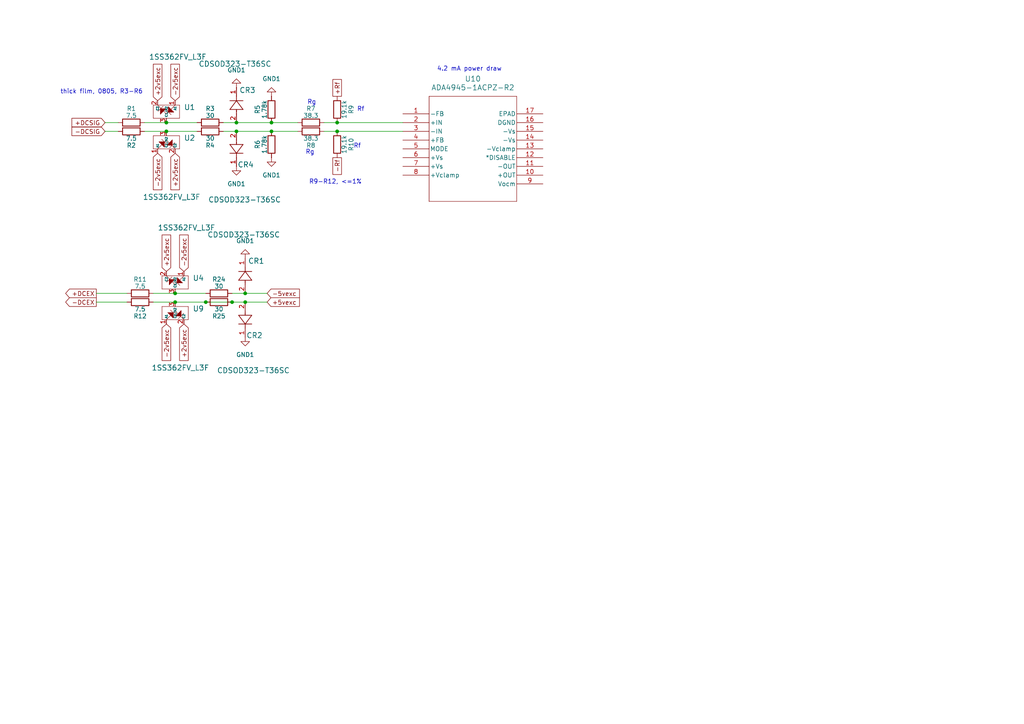
<source format=kicad_sch>
(kicad_sch (version 20231120) (generator "eeschema") (generator_version "8.0")
  (paper "A4")
  (lib_symbols
    (symbol "1SS362FV_L3F_1" (pin_names (offset 0.254))
      (property "Reference" "U" (at 5.08 22.86 0))
      (property "Value" "1SS362FV_L3F" (at 5.08 20.32 0))
      (symbol "1SS362FV_L3F_1_0_1"
        (polyline (pts (xy -3.81 -1.27) (xy 3.81 -1.27)) (stroke (width 0.127)))
        (polyline (pts (xy -3.81 2.54) (xy -3.81 -1.27)) (stroke (width 0.127)))
        (polyline (pts (xy -2.54 -1.27) (xy 0 1.27)) (stroke (width 0.127)))
        (polyline (pts (xy -2.1203 0.75) (xy -0.5963 -0.774)) (stroke (width 0.127)))
        (polyline (pts (xy -1.3583 1.512) (xy 0.1657 -0.012)) (stroke (width 0.127)))
        (polyline (pts (xy -0.5963 0.75) (xy -2.1203 0.75)) (stroke (width 0.127)))
        (polyline (pts (xy -0.5963 0.75) (xy -0.5963 -0.774)) (stroke (width 0.127)))
        (polyline (pts (xy 0 1.27) (xy 2.54 -1.27)) (stroke (width 0.127)))
        (polyline (pts (xy 0.1858 -0.1895) (xy 1.7098 1.3345)) (stroke (width 0.127)))
        (polyline (pts (xy 0.9478 -0.9515) (xy 2.4718 0.5725)) (stroke (width 0.127)))
        (polyline (pts (xy 1.7098 -0.1895) (xy 0.1858 -0.1895)) (stroke (width 0.127)))
        (polyline (pts (xy 1.7098 -0.1895) (xy 1.7098 1.3345)) (stroke (width 0.127)))
        (polyline (pts (xy 3.81 -1.27) (xy 3.81 2.54)) (stroke (width 0.127)))
        (polyline (pts (xy 3.81 2.54) (xy -3.81 2.54)) (stroke (width 0.127)))
        (polyline (pts (xy -2.1203 0.75) (xy -0.5963 0.75) (xy -0.5963 -0.774)) (fill (type outline)))
        (polyline (pts (xy 1.7098 1.3345) (xy 1.7098 -0.1895) (xy 0.1858 -0.1895)) (fill (type outline)))
      )
      (symbol "1SS362FV_L3F_1_1_1"
        (pin unspecified line (at -2.54 -2.54 90) (length 1.27) (name "A1") (number "1"))
        (pin unspecified line (at 2.54 -2.54 90) (length 1.27) (name "C2") (number "2"))
        (pin unspecified line (at 0 3.81 270) (length 1.27) (name "C1/A2") (number "3"))
      )
    )
    (symbol "Device:R" (pin_numbers hide) (pin_names (offset 0))
      (property "Reference" "R" (at 2.032 0 90))
      (property "Value" "R" (at 0 0 90))
      (symbol "R_0_1"
        (rectangle (start -1.016 -2.54) (end 1.016 2.54) (stroke (width 0.254)))
      )
      (symbol "R_1_1"
        (pin passive line (at 0 3.81 270) (length 1.27) (name "~") (number "1"))
        (pin passive line (at 0 -3.81 90) (length 1.27) (name "~") (number "2"))
      )
    )
    (symbol "dyno_inst_sym:1SS362FV_L3F" (pin_names (offset 0.254))
      (property "Reference" "U" (at 5.08 22.86 0))
      (property "Value" "1SS362FV_L3F" (at 5.08 20.32 0))
      (symbol "1SS362FV_L3F_0_1"
        (polyline (pts (xy -3.81 -1.27) (xy 3.81 -1.27)) (stroke (width 0.127)))
        (polyline (pts (xy -3.81 2.54) (xy -3.81 -1.27)) (stroke (width 0.127)))
        (polyline (pts (xy -2.54 -1.27) (xy 0 1.27)) (stroke (width 0.127)))
        (polyline (pts (xy -2.1203 0.75) (xy -0.5963 -0.774)) (stroke (width 0.127)))
        (polyline (pts (xy -1.3583 1.512) (xy 0.1657 -0.012)) (stroke (width 0.127)))
        (polyline (pts (xy -0.5963 0.75) (xy -2.1203 0.75)) (stroke (width 0.127)))
        (polyline (pts (xy -0.5963 0.75) (xy -0.5963 -0.774)) (stroke (width 0.127)))
        (polyline (pts (xy 0 1.27) (xy 2.54 -1.27)) (stroke (width 0.127)))
        (polyline (pts (xy 0.1858 -0.1895) (xy 1.7098 1.3345)) (stroke (width 0.127)))
        (polyline (pts (xy 0.9478 -0.9515) (xy 2.4718 0.5725)) (stroke (width 0.127)))
        (polyline (pts (xy 1.7098 -0.1895) (xy 0.1858 -0.1895)) (stroke (width 0.127)))
        (polyline (pts (xy 1.7098 -0.1895) (xy 1.7098 1.3345)) (stroke (width 0.127)))
        (polyline (pts (xy 3.81 -1.27) (xy 3.81 2.54)) (stroke (width 0.127)))
        (polyline (pts (xy 3.81 2.54) (xy -3.81 2.54)) (stroke (width 0.127)))
        (polyline (pts (xy -2.1203 0.75) (xy -0.5963 0.75) (xy -0.5963 -0.774)) (fill (type outline)))
        (polyline (pts (xy 1.7098 1.3345) (xy 1.7098 -0.1895) (xy 0.1858 -0.1895)) (fill (type outline)))
      )
      (symbol "1SS362FV_L3F_1_1"
        (pin unspecified line (at -2.54 -2.54 90) (length 1.27) (name "A1") (number "1"))
        (pin unspecified line (at 2.54 -2.54 90) (length 1.27) (name "C2") (number "2"))
        (pin unspecified line (at 0 3.81 270) (length 1.27) (name "C1/A2") (number "3"))
      )
    )
    (symbol "dyno_inst_sym:ADA4945-1ACPZ-R2" (pin_names (offset 0.254))
      (property "Reference" "U" (at 20.32 10.16 0))
      (property "Value" "ADA4945-1ACPZ-R2" (at 20.32 7.62 0))
      (symbol "ADA4945-1ACPZ-R2_0_1"
        (polyline (pts (xy 7.62 -25.4) (xy 33.02 -25.4)) (stroke (width 0.127)))
        (polyline (pts (xy 33.02 -25.4) (xy 33.02 5.08)) (stroke (width 0.127)))
        (polyline (pts (xy 33.02 5.08) (xy 7.62 5.08)) (stroke (width 0.127)))
      )
      (symbol "ADA4945-1ACPZ-R2_1_1"
        (polyline (pts (xy 7.62 5.08) (xy 7.62 -25.4)))
        (pin unspecified line (at 0 0 0) (length 7.62) (name "-FB") (number "1"))
        (pin unspecified line (at 40.64 -17.78 180) (length 7.62) (name "+OUT") (number "10"))
        (pin unspecified line (at 40.64 -15.24 180) (length 7.62) (name "-OUT") (number "11"))
        (pin unspecified line (at 40.64 -12.7 180) (length 7.62) (name "*DISABLE") (number "12"))
        (pin unspecified line (at 40.64 -10.16 180) (length 7.62) (name "-Vclamp") (number "13"))
        (pin unspecified line (at 40.64 -7.62 180) (length 7.62) (name "-Vs") (number "14"))
        (pin unspecified line (at 40.64 -5.08 180) (length 7.62) (name "-Vs") (number "15"))
        (pin unspecified line (at 40.64 -2.54 180) (length 7.62) (name "DGND") (number "16"))
        (pin unspecified line (at 40.64 0 180) (length 7.62) (name "EPAD") (number "17"))
        (pin unspecified line (at 0 -2.54 0) (length 7.62) (name "+IN") (number "2"))
        (pin unspecified line (at 0 -5.08 0) (length 7.62) (name "-IN") (number "3"))
        (pin unspecified line (at 0 -7.62 0) (length 7.62) (name "+FB") (number "4"))
        (pin unspecified line (at 0 -10.16 0) (length 7.62) (name "MODE") (number "5"))
        (pin unspecified line (at 0 -12.7 0) (length 7.62) (name "+Vs") (number "6"))
        (pin unspecified line (at 0 -15.24 0) (length 7.62) (name "+Vs") (number "7"))
        (pin unspecified line (at 0 -17.78 0) (length 7.62) (name "+Vclamp") (number "8"))
        (pin unspecified line (at 40.64 -20.32 180) (length 7.62) (name "Vocm") (number "9"))
      )
    )
    (symbol "dyno_inst_sym:CDSOD323-T36SC" (pin_names (offset 0.254))
      (property "Reference" "CR" (at 5.08 4.445 0))
      (property "Value" "CDSOD323-T36SC" (at 5.08 -3.81 0))
      (symbol "CDSOD323-T36SC_1_1"
        (polyline (pts (xy 2.54 0) (xy 3.4798 0)) (stroke (width 0.2032)))
        (polyline (pts (xy 3.175 0) (xy 3.81 0)) (stroke (width 0.2032)))
        (polyline (pts (xy 3.81 -1.905) (xy 6.35 0)) (stroke (width 0.2032)))
        (polyline (pts (xy 3.81 1.905) (xy 3.81 -1.905)) (stroke (width 0.2032)))
        (polyline (pts (xy 6.35 -1.905) (xy 6.35 1.905)) (stroke (width 0.2032)))
        (polyline (pts (xy 6.35 0) (xy 3.81 1.905)) (stroke (width 0.2032)))
        (polyline (pts (xy 6.35 0) (xy 7.62 0)) (stroke (width 0.2032)))
        (pin unspecified line (at 10.16 0 180) (length 2.54) (name "") (number "1"))
        (pin unspecified line (at 0 0 0) (length 2.54) (name "") (number "2"))
      )
      (symbol "CDSOD323-T36SC_1_2"
        (polyline (pts (xy -1.905 3.81) (xy 1.905 3.81)) (stroke (width 0.2032)))
        (polyline (pts (xy 0 2.54) (xy 0 3.4798)) (stroke (width 0.2032)))
        (polyline (pts (xy 0 3.175) (xy 0 3.81)) (stroke (width 0.2032)))
        (polyline (pts (xy 0 6.35) (xy -1.905 3.81)) (stroke (width 0.2032)))
        (polyline (pts (xy 0 6.35) (xy 0 7.62)) (stroke (width 0.2032)))
        (polyline (pts (xy 1.905 3.81) (xy 0 6.35)) (stroke (width 0.2032)))
        (polyline (pts (xy 1.905 6.35) (xy -1.905 6.35)) (stroke (width 0.2032)))
        (pin unspecified line (at 0 10.16 270) (length 2.54) (name "") (number "1"))
        (pin unspecified line (at 0 0 90) (length 2.54) (name "") (number "2"))
      )
    )
    (symbol "power:GND1" (power) (pin_numbers hide) (pin_names (offset 0) hide)
      (property "Value" "GND1" (at 0 -3.81 0))
      (symbol "GND1_0_1"
        (polyline (pts (xy 0 0) (xy 0 -1.27) (xy 1.27 -1.27) (xy 0 -2.54) (xy -1.27 -1.27) (xy 0 -1.27)))
      )
      (symbol "GND1_1_1"
        (pin power_in line (at 0 0 270) (length 0) (name "~") (number "1"))
      )
    )
  )
  (junction (at 68.58 35.56))
  (junction (at 78.74 38.1))
  (junction (at 50.8 87.63))
  (junction (at 48.26 38.1))
  (junction (at 48.26 35.56))
  (junction (at 71.12 87.63))
  (junction (at 68.58 38.1))
  (junction (at 71.12 85.09))
  (junction (at 97.79 38.1))
  (junction (at 67.31 87.63))
  (junction (at 50.8 85.09))
  (junction (at 97.79 35.56))
  (junction (at 78.74 35.56))
  (junction (at 59.69 87.63))
  (wire (pts (xy 78.74 38.1) (xy 86.36 38.1)))
  (wire (pts (xy 64.77 35.56) (xy 68.58 35.56)))
  (wire (pts (xy 78.74 35.56) (xy 86.36 35.56)))
  (wire (pts (xy 64.77 38.1) (xy 68.58 38.1)))
  (wire (pts (xy 68.58 38.1) (xy 78.74 38.1)))
  (wire (pts (xy 71.12 85.09) (xy 77.47 85.09)))
  (wire (pts (xy 41.91 35.56) (xy 48.26 35.56)))
  (wire (pts (xy 44.45 87.63) (xy 50.8 87.63)))
  (wire (pts (xy 71.12 87.63) (xy 77.47 87.63)))
  (wire (pts (xy 48.26 38.1) (xy 57.15 38.1)))
  (wire (pts (xy 30.48 38.1) (xy 34.29 38.1)))
  (wire (pts (xy 50.8 87.63) (xy 59.69 87.63)))
  (wire (pts (xy 93.98 38.1) (xy 97.79 38.1)))
  (wire (pts (xy 27.94 85.09) (xy 36.83 85.09)))
  (wire (pts (xy 59.69 87.63) (xy 67.31 87.63)))
  (wire (pts (xy 27.94 87.63) (xy 36.83 87.63)))
  (wire (pts (xy 48.26 35.56) (xy 57.15 35.56)))
  (wire (pts (xy 97.79 38.1) (xy 116.84 38.1)))
  (wire (pts (xy 44.45 85.09) (xy 50.8 85.09)))
  (wire (pts (xy 67.31 85.09) (xy 71.12 85.09)))
  (wire (pts (xy 67.31 87.63) (xy 71.12 87.63)))
  (wire (pts (xy 97.79 35.56) (xy 116.84 35.56)))
  (wire (pts (xy 68.58 35.56) (xy 78.74 35.56)))
  (wire (pts (xy 41.91 38.1) (xy 48.26 38.1)))
  (wire (pts (xy 50.8 85.09) (xy 59.69 85.09)))
  (wire (pts (xy 93.98 35.56) (xy 97.79 35.56)))
  (wire (pts (xy 30.48 35.56) (xy 34.29 35.56)))
  (text "thick film, 0805, R3-R6" (at 29.464 26.67 0) (effects (font (size 1.27 1.27))))
  (text "Rf" (at 104.648 31.75 0) (effects (font (size 1.27 1.27))))
  (text "Rg" (at 89.916 44.196 0) (effects (font (size 1.27 1.27))))
  (text "4.2 mA power draw" (at 136.144 20.066 0) (effects (font (size 1.27 1.27))))
  (text "Rg" (at 90.424 29.718 0) (effects (font (size 1.27 1.27))))
  (text "Rf" (at 103.632 42.418 0) (effects (font (size 1.27 1.27))))
  (text "R9-R12, <=1%" (at 97.282 52.832 0) (effects (font (size 1.27 1.27))))
  (global_label "+2v5exc" (shape input) (at 48.26 78.74 90) (property "Intersheetrefs" "${INTERSHEET_REFS}" (effects (hide yes))))
  (global_label "+Rf" (shape passive) (at 97.79 27.94 90) (property "Intersheetrefs" "${INTERSHEET_REFS}" (effects (hide yes))))
  (global_label "-DCSIG" (shape input) (at 30.48 38.1 180) (property "Intersheetrefs" "${INTERSHEET_REFS}" (effects (hide yes))))
  (global_label "-DCEX" (shape output) (at 27.94 87.63 180) (property "Intersheetrefs" "${INTERSHEET_REFS}" (effects (hide yes))))
  (global_label "+DCEX" (shape output) (at 27.94 85.09 180) (property "Intersheetrefs" "${INTERSHEET_REFS}" (effects (hide yes))))
  (global_label "+2v5exc" (shape input) (at 45.72 29.21 90) (property "Intersheetrefs" "${INTERSHEET_REFS}" (effects (hide yes))))
  (global_label "-2v5exc" (shape input) (at 50.8 29.21 90) (property "Intersheetrefs" "${INTERSHEET_REFS}" (effects (hide yes))))
  (global_label "-2v5exc" (shape input) (at 48.26 93.98 270) (property "Intersheetrefs" "${INTERSHEET_REFS}" (effects (hide yes))))
  (global_label "-2v5exc" (shape input) (at 45.72 44.45 270) (property "Intersheetrefs" "${INTERSHEET_REFS}" (effects (hide yes))))
  (global_label "+2v5exc" (shape input) (at 50.8 44.45 270) (property "Intersheetrefs" "${INTERSHEET_REFS}" (effects (hide yes))))
  (global_label "+2v5exc" (shape input) (at 53.34 93.98 270) (property "Intersheetrefs" "${INTERSHEET_REFS}" (effects (hide yes))))
  (global_label "-2v5exc" (shape input) (at 53.34 78.74 90) (property "Intersheetrefs" "${INTERSHEET_REFS}" (effects (hide yes))))
  (global_label "-Rf" (shape passive) (at 97.79 45.72 270) (property "Intersheetrefs" "${INTERSHEET_REFS}" (effects (hide yes))))
  (global_label "+DCSIG" (shape input) (at 30.48 35.56 180) (property "Intersheetrefs" "${INTERSHEET_REFS}" (effects (hide yes))))
  (global_label "-5vexc" (shape input) (at 77.47 85.09 0) (property "Intersheetrefs" "${INTERSHEET_REFS}" (effects (hide yes))))
  (global_label "+5vexc" (shape input) (at 77.47 87.63 0) (property "Intersheetrefs" "${INTERSHEET_REFS}" (effects (hide yes))))
  (symbol (lib_name "1SS362FV_L3F_1") (lib_id "dyno_inst_sym:1SS362FV_L3F") (at 50.8 91.44 0) (unit 1)
    (property "Reference" "U9" (at 55.88 89.5349 0) (effects (font (size 1.524 1.524)) (justify left)))
    (property "Value" "1SS362FV_L3F" (at 43.942 106.68 0) (effects (font (size 1.524 1.524)) (justify left)))
    (property "Footprint" "SOT-723   VESM_TOS" (effects (hide yes)))
    (property "Datasheet" "1SS362FV_L3F" (effects (hide yes)))
  )
  (symbol (lib_id "power:GND1") (at 71.12 97.79 0) (unit 1)
    (property "Reference" "#PWR02" (effects (hide yes)))
    (property "Value" "GND1" (at 71.12 102.87 0))
    (property "Description" "Power symbol creates a global label with name \"GND1\" , ground" (effects (hide yes)))
  )
  (symbol (lib_id "dyno_inst_sym:CDSOD323-T36SC") (at 68.58 38.1 90) (mirror x) (unit 1)
    (property "Reference" "CR4" (at 73.66 47.752 90) (effects (font (size 1.524 1.524)) (justify left)))
    (property "Value" "CDSOD323-T36SC" (at 81.534 57.912 90) (effects (font (size 1.524 1.524)) (justify left)))
    (property "Footprint" "DIODE_CDSOD323-T36SC_BRN" (effects (hide yes)))
    (property "Datasheet" "CDSOD323-T36SC" (effects (hide yes)))
  )
  (symbol (lib_id "power:GND1") (at 68.58 48.26 0) (unit 1)
    (property "Reference" "#PWR010" (effects (hide yes)))
    (property "Value" "GND1" (at 68.58 53.34 0))
    (property "Description" "Power symbol creates a global label with name \"GND1\" , ground" (effects (hide yes)))
  )
  (symbol (lib_id "power:GND1") (at 71.12 74.93 180) (unit 1)
    (property "Reference" "#PWR01" (effects (hide yes)))
    (property "Value" "GND1" (at 71.12 69.85 0))
    (property "Description" "Power symbol creates a global label with name \"GND1\" , ground" (effects (hide yes)))
  )
  (symbol (lib_id "Device:R") (at 38.1 35.56 90) (mirror x) (unit 1)
    (property "Reference" "R1" (at 38.1 31.496 90))
    (property "Value" "7.5" (at 38.1 33.528 90))
    (property "Description" "Resistor" (effects (hide yes)))
  )
  (symbol (lib_id "dyno_inst_sym:1SS362FV_L3F") (at 50.8 81.28 180) (unit 1)
    (property "Reference" "U4" (at 55.88 80.6449 0) (effects (font (size 1.524 1.524)) (justify right)))
    (property "Value" "1SS362FV_L3F" (at 45.72 66.04 0) (effects (font (size 1.524 1.524)) (justify right)))
    (property "Footprint" "SOT-723   VESM_TOS" (effects (hide yes)))
    (property "Datasheet" "1SS362FV_L3F" (effects (hide yes)))
  )
  (symbol (lib_id "Device:R") (at 60.96 38.1 90) (unit 1)
    (property "Reference" "R4" (at 60.96 42.164 90))
    (property "Value" "30" (at 60.96 40.132 90))
    (property "Description" "Resistor" (effects (hide yes)))
  )
  (symbol (lib_id "Device:R") (at 63.5 87.63 90) (unit 1)
    (property "Reference" "R25" (at 63.5 91.694 90))
    (property "Value" "30" (at 63.5 89.662 90))
    (property "Description" "Resistor" (effects (hide yes)))
  )
  (symbol (lib_id "dyno_inst_sym:CDSOD323-T36SC") (at 71.12 85.09 90) (unit 1)
    (property "Reference" "CR1" (at 76.708 75.692 90) (effects (font (size 1.524 1.524)) (justify left)))
    (property "Value" "CDSOD323-T36SC" (at 81.28 68.072 90) (effects (font (size 1.524 1.524)) (justify left)))
    (property "Footprint" "DIODE_CDSOD323-T36SC_BRN" (effects (hide yes)))
    (property "Datasheet" "CDSOD323-T36SC" (effects (hide yes)))
  )
  (symbol (lib_id "Device:R") (at 60.96 35.56 90) (mirror x) (unit 1)
    (property "Reference" "R3" (at 60.96 31.496 90))
    (property "Value" "30" (at 60.96 33.528 90))
    (property "Description" "Resistor" (effects (hide yes)))
  )
  (symbol (lib_id "Device:R") (at 90.17 38.1 90) (unit 1)
    (property "Reference" "R8" (at 90.17 42.164 90))
    (property "Value" "38.3" (at 90.17 40.132 90))
    (property "Description" "Resistor" (effects (hide yes)))
  )
  (symbol (lib_id "Device:R") (at 38.1 38.1 90) (unit 1)
    (property "Reference" "R2" (at 38.1 42.164 90))
    (property "Value" "7.5" (at 38.1 40.132 90))
    (property "Description" "Resistor" (effects (hide yes)))
  )
  (symbol (lib_id "Device:R") (at 40.64 85.09 90) (mirror x) (unit 1)
    (property "Reference" "R11" (at 40.64 81.026 90))
    (property "Value" "7.5" (at 40.64 83.058 90))
    (property "Description" "Resistor" (effects (hide yes)))
  )
  (symbol (lib_name "1SS362FV_L3F_1") (lib_id "dyno_inst_sym:1SS362FV_L3F") (at 48.26 41.91 0) (unit 1)
    (property "Reference" "U2" (at 53.34 40.0049 0) (effects (font (size 1.524 1.524)) (justify left)))
    (property "Value" "1SS362FV_L3F" (at 41.402 57.15 0) (effects (font (size 1.524 1.524)) (justify left)))
    (property "Footprint" "SOT-723   VESM_TOS" (effects (hide yes)))
    (property "Datasheet" "1SS362FV_L3F" (effects (hide yes)))
  )
  (symbol (lib_id "dyno_inst_sym:1SS362FV_L3F") (at 48.26 31.75 180) (unit 1)
    (property "Reference" "U1" (at 53.34 31.1149 0) (effects (font (size 1.524 1.524)) (justify right)))
    (property "Value" "1SS362FV_L3F" (at 43.18 16.51 0) (effects (font (size 1.524 1.524)) (justify right)))
    (property "Footprint" "SOT-723   VESM_TOS" (effects (hide yes)))
    (property "Datasheet" "1SS362FV_L3F" (effects (hide yes)))
  )
  (symbol (lib_id "power:GND1") (at 68.58 25.4 180) (unit 1)
    (property "Reference" "#PWR09" (effects (hide yes)))
    (property "Value" "GND1" (at 68.58 20.32 0))
    (property "Description" "Power symbol creates a global label with name \"GND1\" , ground" (effects (hide yes)))
  )
  (symbol (lib_id "dyno_inst_sym:ADA4945-1ACPZ-R2") (at 116.84 33.02 0) (unit 1)
    (property "Reference" "U10" (at 137.16 22.86 0) (effects (font (size 1.524 1.524))))
    (property "Value" "ADA4945-1ACPZ-R2" (at 137.16 25.4 0) (effects (font (size 1.524 1.524))))
    (property "Footprint" "LFCSP16_ADA4945-1ACPZ-R2_ADI" (effects (hide yes)))
    (property "Datasheet" "ADA4945-1ACPZ-R2" (effects (hide yes)))
    (property "Description" "fda final one i wont switch i swear" (effects (hide yes)))
  )
  (symbol (lib_id "Device:R") (at 97.79 41.91 180) (unit 1)
    (property "Reference" "R10" (at 101.854 41.91 90))
    (property "Value" "19.1k" (at 99.822 41.91 90))
    (property "Description" "Resistor" (effects (hide yes)))
  )
  (symbol (lib_id "dyno_inst_sym:CDSOD323-T36SC") (at 71.12 87.63 90) (mirror x) (unit 1)
    (property "Reference" "CR2" (at 76.2 97.282 90) (effects (font (size 1.524 1.524)) (justify left)))
    (property "Value" "CDSOD323-T36SC" (at 84.074 107.442 90) (effects (font (size 1.524 1.524)) (justify left)))
    (property "Footprint" "DIODE_CDSOD323-T36SC_BRN" (effects (hide yes)))
    (property "Datasheet" "CDSOD323-T36SC" (effects (hide yes)))
  )
  (symbol (lib_id "power:GND1") (at 78.74 45.72 0) (mirror y) (unit 1)
    (property "Reference" "#PWR013" (effects (hide yes)))
    (property "Value" "GND1" (at 78.74 50.8 0))
    (property "Description" "Power symbol creates a global label with name \"GND1\" , ground" (effects (hide yes)))
  )
  (symbol (lib_id "Device:R") (at 78.74 31.75 0) (mirror x) (unit 1)
    (property "Reference" "R5" (at 74.676 31.75 90))
    (property "Value" "1.78k" (at 76.708 31.75 90))
    (property "Description" "Resistor" (effects (hide yes)))
  )
  (symbol (lib_id "Device:R") (at 40.64 87.63 90) (unit 1)
    (property "Reference" "R12" (at 40.64 91.694 90))
    (property "Value" "7.5" (at 40.64 89.662 90))
    (property "Description" "Resistor" (effects (hide yes)))
  )
  (symbol (lib_id "power:GND1") (at 78.74 27.94 180) (unit 1)
    (property "Reference" "#PWR012" (effects (hide yes)))
    (property "Value" "GND1" (at 78.74 22.86 0))
    (property "Description" "Power symbol creates a global label with name \"GND1\" , ground" (effects (hide yes)))
  )
  (symbol (lib_id "Device:R") (at 97.79 31.75 0) (mirror y) (unit 1)
    (property "Reference" "R9" (at 101.854 31.75 90))
    (property "Value" "19.1k" (at 99.822 31.75 90))
    (property "Description" "Resistor" (effects (hide yes)))
  )
  (symbol (lib_id "Device:R") (at 63.5 85.09 90) (mirror x) (unit 1)
    (property "Reference" "R24" (at 63.5 81.026 90))
    (property "Value" "30" (at 63.5 83.058 90))
    (property "Description" "Resistor" (effects (hide yes)))
  )
  (symbol (lib_id "Device:R") (at 90.17 35.56 90) (mirror x) (unit 1)
    (property "Reference" "R7" (at 90.17 31.496 90))
    (property "Value" "38.3" (at 90.17 33.528 90))
    (property "Description" "Resistor" (effects (hide yes)))
  )
  (symbol (lib_id "Device:R") (at 78.74 41.91 0) (unit 1)
    (property "Reference" "R6" (at 74.676 41.91 90))
    (property "Value" "1.78k" (at 76.708 41.91 90))
    (property "Description" "Resistor" (effects (hide yes)))
  )
  (symbol (lib_id "dyno_inst_sym:CDSOD323-T36SC") (at 68.58 35.56 90) (unit 1)
    (property "Reference" "CR3" (at 74.168 26.162 90) (effects (font (size 1.524 1.524)) (justify left)))
    (property "Value" "CDSOD323-T36SC" (at 78.74 18.542 90) (effects (font (size 1.524 1.524)) (justify left)))
    (property "Footprint" "DIODE_CDSOD323-T36SC_BRN" (effects (hide yes)))
    (property "Datasheet" "CDSOD323-T36SC" (effects (hide yes)))
  )
)
</source>
